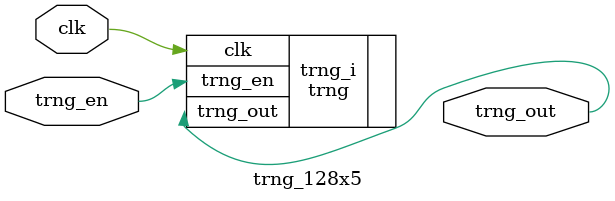
<source format=sv>


`default_nettype none

module trng_128x5 (
    input  clk,     // Sampling clock
    input  trng_en, // Enable all ring oscillators
    output trng_out // Output of the trng
);

    localparam NUM_OSCILLATORS = 128;
    localparam NUM_INVERTER = 5;

    trng #(
        .NUM_INVERTER       (NUM_INVERTER),
        .NUM_OSCILLATORS    (NUM_OSCILLATORS)
    ) trng_i (
        .clk        (clk),
        .trng_en    (trng_en),
        .trng_out   (trng_out)
    );

endmodule

</source>
